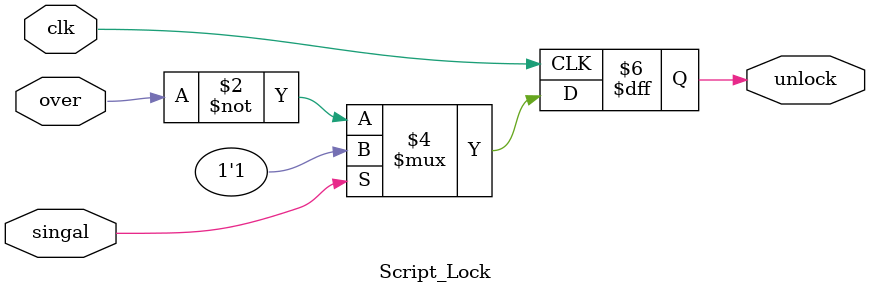
<source format=v>
`timescale 1ns / 1ps


module Script_Lock(
        input clk,
        input singal,
        input over,
        output reg unlock
    );
    always @(posedge clk)begin
        if(singal)begin
            unlock<=1;
        end
        else begin
            unlock<=~over;
        end
    end
endmodule

</source>
